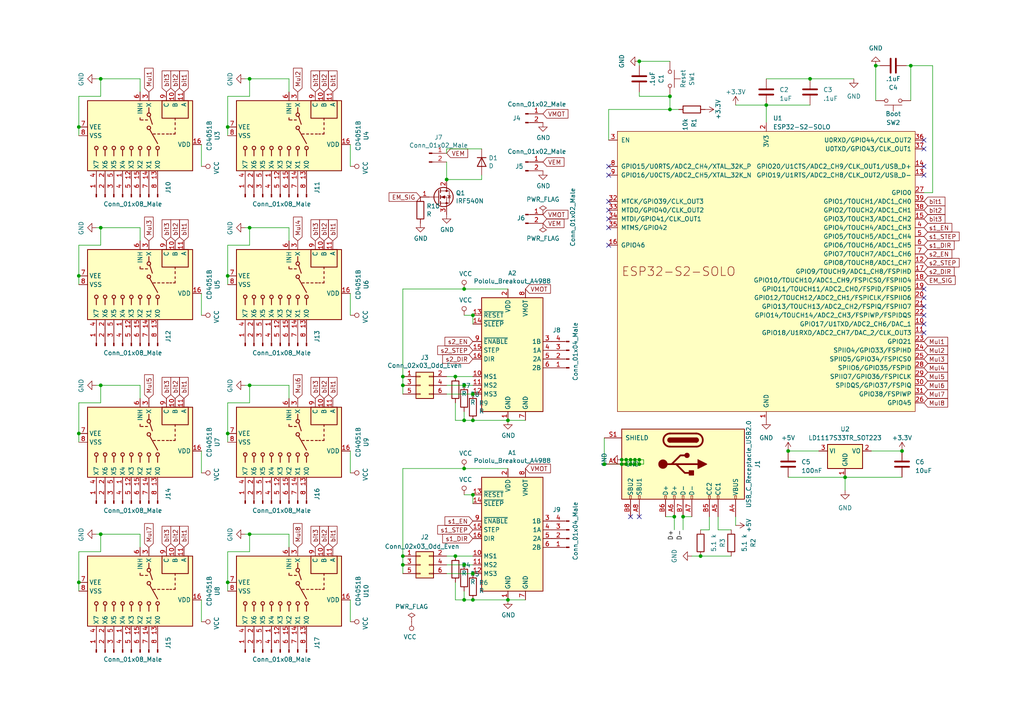
<source format=kicad_sch>
(kicad_sch (version 20231120) (generator "eeschema") (generator_version "8.0")
  (paper "A4")
  (junction (at 228.6 130.81))
  (junction (at 180.34 133.35))
  (junction (at 134.62 135.89))
  (junction (at 203.2 161.29))
  (junction (at 185.42 133.35))
  (junction (at 181.61 134.62))
  (junction (at 264.16 19.05))
  (junction (at 137.16 91.44))
  (junction (at 180.34 134.62))
  (junction (at 194.31 31.75))
  (junction (at 134.62 111.76))
  (junction (at 129.54 52.07))
  (junction (at 66.04 80.01))
  (junction (at 29.21 154.94))
  (junction (at 198.12 149.86))
  (junction (at 116.84 109.22))
  (junction (at 184.15 133.35))
  (junction (at 72.39 154.94))
  (junction (at 137.16 166.37))
  (junction (at 175.26 134.62))
  (junction (at 66.04 168.91))
  (junction (at 29.21 66.04))
  (junction (at 116.84 163.83))
  (junction (at 137.16 143.51))
  (junction (at 182.88 134.62))
  (junction (at 22.86 125.73))
  (junction (at 194.31 27.94))
  (junction (at 245.11 138.43))
  (junction (at 254 19.05))
  (junction (at 185.42 134.62))
  (junction (at 72.39 22.86))
  (junction (at 147.32 121.92))
  (junction (at 195.58 149.86))
  (junction (at 29.21 111.76))
  (junction (at 66.04 36.83))
  (junction (at 134.62 121.92))
  (junction (at 132.08 109.22))
  (junction (at 222.25 30.48))
  (junction (at 261.62 130.81))
  (junction (at 184.15 134.62))
  (junction (at 29.21 22.86))
  (junction (at 22.86 168.91))
  (junction (at 181.61 133.35))
  (junction (at 72.39 111.76))
  (junction (at 137.16 173.99))
  (junction (at 137.16 114.3))
  (junction (at 134.62 173.99))
  (junction (at 234.95 22.86))
  (junction (at 147.32 173.99))
  (junction (at 22.86 80.01))
  (junction (at 134.62 83.82))
  (junction (at 185.42 17.78))
  (junction (at 72.39 66.04))
  (junction (at 22.86 36.83))
  (junction (at 137.16 121.92))
  (junction (at 116.84 161.29))
  (junction (at 66.04 125.73))
  (junction (at 116.84 111.76))
  (junction (at 182.88 133.35))
  (junction (at 134.62 163.83))
  (junction (at 132.08 161.29))
  (no_connect (at 267.97 91.44))
  (no_connect (at 176.53 66.04))
  (no_connect (at 267.97 93.98))
  (no_connect (at 267.97 88.9))
  (no_connect (at 176.53 60.96))
  (no_connect (at 182.88 149.86))
  (no_connect (at 176.53 48.26))
  (no_connect (at 176.53 50.8))
  (no_connect (at 267.97 96.52))
  (no_connect (at 176.53 58.42))
  (no_connect (at 267.97 83.82))
  (no_connect (at 176.53 71.12))
  (no_connect (at 267.97 43.18))
  (no_connect (at 267.97 48.26))
  (no_connect (at 267.97 50.8))
  (no_connect (at 267.97 40.64))
  (no_connect (at 176.53 63.5))
  (no_connect (at 185.42 149.86))
  (no_connect (at 267.97 86.36))
  (wire (pts (xy 40.64 154.94) (xy 40.64 158.75)))
  (wire (pts (xy 22.86 39.37) (xy 22.86 36.83)))
  (wire (pts (xy 132.08 173.99) (xy 134.62 173.99)))
  (wire (pts (xy 72.39 66.04) (xy 83.82 66.04)))
  (wire (pts (xy 134.62 173.99) (xy 137.16 173.99)))
  (wire (pts (xy 29.21 154.94) (xy 40.64 154.94)))
  (wire (pts (xy 180.34 134.62) (xy 180.34 133.35)))
  (wire (pts (xy 186.69 133.35) (xy 185.42 133.35)))
  (wire (pts (xy 40.64 111.76) (xy 40.64 115.57)))
  (wire (pts (xy 129.54 43.18) (xy 129.54 44.45)))
  (wire (pts (xy 66.04 116.84) (xy 66.04 125.73)))
  (wire (pts (xy 129.54 52.07) (xy 139.7 52.07)))
  (wire (pts (xy 40.64 22.86) (xy 40.64 26.67)))
  (wire (pts (xy 175.26 134.62) (xy 180.34 134.62)))
  (wire (pts (xy 66.04 160.02) (xy 66.04 168.91)))
  (wire (pts (xy 72.39 22.86) (xy 83.82 22.86)))
  (wire (pts (xy 195.58 149.86) (xy 195.58 153.67)))
  (wire (pts (xy 66.04 39.37) (xy 66.04 36.83)))
  (wire (pts (xy 203.2 161.29) (xy 200.66 161.29)))
  (wire (pts (xy 234.95 22.86) (xy 247.65 22.86)))
  (wire (pts (xy 72.39 71.12) (xy 66.04 71.12)))
  (wire (pts (xy 40.64 66.04) (xy 40.64 69.85)))
  (wire (pts (xy 22.86 128.27) (xy 22.86 125.73)))
  (wire (pts (xy 228.6 130.81) (xy 237.49 130.81)))
  (wire (pts (xy 29.21 160.02) (xy 22.86 160.02)))
  (wire (pts (xy 66.04 71.12) (xy 66.04 80.01)))
  (wire (pts (xy 212.09 161.29) (xy 203.2 161.29)))
  (wire (pts (xy 58.42 48.26) (xy 58.42 41.91)))
  (wire (pts (xy 58.42 180.34) (xy 58.42 173.99)))
  (wire (pts (xy 245.11 138.43) (xy 261.62 138.43)))
  (wire (pts (xy 137.16 173.99) (xy 147.32 173.99)))
  (wire (pts (xy 27.94 22.86) (xy 29.21 22.86)))
  (wire (pts (xy 83.82 66.04) (xy 83.82 69.85)))
  (wire (pts (xy 58.42 91.44) (xy 58.42 85.09)))
  (wire (pts (xy 129.54 163.83) (xy 134.62 163.83)))
  (wire (pts (xy 181.61 134.62) (xy 182.88 134.62)))
  (wire (pts (xy 196.85 31.75) (xy 194.31 31.75)))
  (wire (pts (xy 72.39 154.94) (xy 83.82 154.94)))
  (wire (pts (xy 184.15 134.62) (xy 185.42 134.62)))
  (wire (pts (xy 195.58 149.86) (xy 193.04 149.86)))
  (wire (pts (xy 71.12 154.94) (xy 72.39 154.94)))
  (wire (pts (xy 22.86 171.45) (xy 22.86 168.91)))
  (wire (pts (xy 198.12 149.86) (xy 198.12 153.67)))
  (wire (pts (xy 71.12 22.86) (xy 72.39 22.86)))
  (wire (pts (xy 185.42 134.62) (xy 185.42 133.35)))
  (wire (pts (xy 72.39 66.04) (xy 72.39 71.12)))
  (wire (pts (xy 186.69 134.62) (xy 186.69 133.35)))
  (wire (pts (xy 129.54 46.99) (xy 129.54 52.07)))
  (wire (pts (xy 66.04 128.27) (xy 66.04 125.73)))
  (wire (pts (xy 22.86 116.84) (xy 22.86 125.73)))
  (wire (pts (xy 134.62 111.76) (xy 137.16 111.76)))
  (wire (pts (xy 101.6 180.34) (xy 101.6 173.99)))
  (wire (pts (xy 137.16 121.92) (xy 147.32 121.92)))
  (wire (pts (xy 134.62 163.83) (xy 137.16 163.83)))
  (wire (pts (xy 137.16 91.44) (xy 137.16 93.98)))
  (wire (pts (xy 83.82 111.76) (xy 83.82 115.57)))
  (wire (pts (xy 181.61 134.62) (xy 181.61 133.35)))
  (wire (pts (xy 22.86 27.94) (xy 22.86 36.83)))
  (wire (pts (xy 132.08 109.22) (xy 137.16 109.22)))
  (wire (pts (xy 22.86 160.02) (xy 22.86 168.91)))
  (wire (pts (xy 139.7 43.18) (xy 129.54 43.18)))
  (wire (pts (xy 71.12 111.76) (xy 72.39 111.76)))
  (wire (pts (xy 132.08 168.91) (xy 132.08 173.99)))
  (wire (pts (xy 29.21 22.86) (xy 29.21 27.94)))
  (wire (pts (xy 137.16 143.51) (xy 137.16 146.05)))
  (wire (pts (xy 29.21 71.12) (xy 22.86 71.12)))
  (wire (pts (xy 101.6 48.26) (xy 101.6 41.91)))
  (wire (pts (xy 175.26 127) (xy 175.26 134.62)))
  (wire (pts (xy 66.04 171.45) (xy 66.04 168.91)))
  (wire (pts (xy 72.39 154.94) (xy 72.39 160.02)))
  (wire (pts (xy 116.84 83.82) (xy 116.84 109.22)))
  (wire (pts (xy 182.88 133.35) (xy 181.61 133.35)))
  (wire (pts (xy 129.54 114.3) (xy 137.16 114.3)))
  (wire (pts (xy 254 29.21) (xy 254 19.05)))
  (wire (pts (xy 116.84 83.82) (xy 134.62 83.82)))
  (wire (pts (xy 22.86 71.12) (xy 22.86 80.01)))
  (wire (pts (xy 71.12 66.04) (xy 72.39 66.04)))
  (wire (pts (xy 213.36 30.48) (xy 222.25 30.48)))
  (wire (pts (xy 176.53 31.75) (xy 194.31 31.75)))
  (wire (pts (xy 116.84 111.76) (xy 116.84 114.3)))
  (wire (pts (xy 252.73 130.81) (xy 261.62 130.81)))
  (wire (pts (xy 194.31 27.94) (xy 185.42 27.94)))
  (wire (pts (xy 264.16 29.21) (xy 264.16 19.05)))
  (wire (pts (xy 134.62 143.51) (xy 137.16 143.51)))
  (wire (pts (xy 139.7 52.07) (xy 139.7 50.8)))
  (wire (pts (xy 134.62 83.82) (xy 147.32 83.82)))
  (wire (pts (xy 208.28 153.67) (xy 212.09 153.67)))
  (wire (pts (xy 245.11 138.43) (xy 245.11 142.24)))
  (wire (pts (xy 185.42 17.78) (xy 194.31 17.78)))
  (wire (pts (xy 254 19.05) (xy 255.27 19.05)))
  (wire (pts (xy 116.84 135.89) (xy 116.84 161.29)))
  (wire (pts (xy 129.54 111.76) (xy 134.62 111.76)))
  (wire (pts (xy 147.32 121.92) (xy 152.4 121.92)))
  (wire (pts (xy 184.15 133.35) (xy 182.88 133.35)))
  (wire (pts (xy 29.21 66.04) (xy 40.64 66.04)))
  (wire (pts (xy 29.21 27.94) (xy 22.86 27.94)))
  (wire (pts (xy 72.39 160.02) (xy 66.04 160.02)))
  (wire (pts (xy 27.94 111.76) (xy 29.21 111.76)))
  (wire (pts (xy 228.6 138.43) (xy 245.11 138.43)))
  (wire (pts (xy 180.34 134.62) (xy 181.61 134.62)))
  (wire (pts (xy 270.51 19.05) (xy 264.16 19.05)))
  (wire (pts (xy 83.82 22.86) (xy 83.82 26.67)))
  (wire (pts (xy 185.42 26.67) (xy 185.42 27.94)))
  (wire (pts (xy 185.42 19.05) (xy 185.42 17.78)))
  (wire (pts (xy 213.36 149.86) (xy 213.36 152.4)))
  (wire (pts (xy 270.51 55.88) (xy 270.51 19.05)))
  (wire (pts (xy 205.74 149.86) (xy 205.74 153.67)))
  (wire (pts (xy 72.39 116.84) (xy 66.04 116.84)))
  (wire (pts (xy 182.88 134.62) (xy 182.88 133.35)))
  (wire (pts (xy 129.54 166.37) (xy 137.16 166.37)))
  (wire (pts (xy 182.88 134.62) (xy 184.15 134.62)))
  (wire (pts (xy 116.84 163.83) (xy 116.84 166.37)))
  (wire (pts (xy 116.84 135.89) (xy 134.62 135.89)))
  (wire (pts (xy 101.6 91.44) (xy 101.6 85.09)))
  (wire (pts (xy 267.97 55.88) (xy 270.51 55.88)))
  (wire (pts (xy 27.94 154.94) (xy 29.21 154.94)))
  (wire (pts (xy 134.62 171.45) (xy 134.62 173.99)))
  (wire (pts (xy 185.42 133.35) (xy 184.15 133.35)))
  (wire (pts (xy 72.39 27.94) (xy 66.04 27.94)))
  (wire (pts (xy 147.32 173.99) (xy 152.4 173.99)))
  (wire (pts (xy 176.53 40.64) (xy 176.53 31.75)))
  (wire (pts (xy 83.82 154.94) (xy 83.82 158.75)))
  (wire (pts (xy 205.74 153.67) (xy 203.2 153.67)))
  (wire (pts (xy 29.21 66.04) (xy 29.21 71.12)))
  (wire (pts (xy 194.31 27.94) (xy 194.31 31.75)))
  (wire (pts (xy 101.6 137.16) (xy 101.6 130.81)))
  (wire (pts (xy 58.42 137.16) (xy 58.42 130.81)))
  (wire (pts (xy 22.86 82.55) (xy 22.86 80.01)))
  (wire (pts (xy 134.62 91.44) (xy 137.16 91.44)))
  (wire (pts (xy 29.21 111.76) (xy 40.64 111.76)))
  (wire (pts (xy 27.94 66.04) (xy 29.21 66.04)))
  (wire (pts (xy 116.84 163.83) (xy 116.84 161.29)))
  (wire (pts (xy 132.08 116.84) (xy 132.08 121.92)))
  (wire (pts (xy 134.62 135.89) (xy 147.32 135.89)))
  (wire (pts (xy 222.25 30.48) (xy 234.95 30.48)))
  (wire (pts (xy 66.04 82.55) (xy 66.04 80.01)))
  (wire (pts (xy 200.66 149.86) (xy 198.12 149.86)))
  (wire (pts (xy 72.39 111.76) (xy 72.39 116.84)))
  (wire (pts (xy 129.54 161.29) (xy 132.08 161.29)))
  (wire (pts (xy 66.04 27.94) (xy 66.04 36.83)))
  (wire (pts (xy 29.21 116.84) (xy 22.86 116.84)))
  (wire (pts (xy 72.39 22.86) (xy 72.39 27.94)))
  (wire (pts (xy 29.21 22.86) (xy 40.64 22.86)))
  (wire (pts (xy 185.42 134.62) (xy 186.69 134.62)))
  (wire (pts (xy 29.21 154.94) (xy 29.21 160.02)))
  (wire (pts (xy 222.25 22.86) (xy 234.95 22.86)))
  (wire (pts (xy 262.89 19.05) (xy 264.16 19.05)))
  (wire (pts (xy 132.08 161.29) (xy 137.16 161.29)))
  (wire (pts (xy 132.08 121.92) (xy 134.62 121.92)))
  (wire (pts (xy 116.84 111.76) (xy 116.84 109.22)))
  (wire (pts (xy 208.28 149.86) (xy 208.28 153.67)))
  (wire (pts (xy 129.54 109.22) (xy 132.08 109.22)))
  (wire (pts (xy 134.62 119.38) (xy 134.62 121.92)))
  (wire (pts (xy 29.21 111.76) (xy 29.21 116.84)))
  (wire (pts (xy 134.62 121.92) (xy 137.16 121.92)))
  (wire (pts (xy 72.39 111.76) (xy 83.82 111.76)))
  (wire (pts (xy 184.15 134.62) (xy 184.15 133.35)))
  (wire (pts (xy 181.61 133.35) (xy 180.34 133.35)))
  (wire (pts (xy 222.25 30.48) (xy 222.25 35.56)))
  (label "D-" (at 198.12 153.67 270))
  (label "D+" (at 195.58 153.67 270))
  (global_label "Mul1" (shape input) (at 43.18 26.67 90) (property "Intersheetrefs" "${INTERSHEET_REFS}" (effects (hide yes))))
  (global_label "s2_DIR" (shape input) (at 267.97 78.74 0) (property "Intersheetrefs" "${INTERSHEET_REFS}" (effects (hide yes))))
  (global_label "bit3" (shape input) (at 48.26 158.75 90) (property "Intersheetrefs" "${INTERSHEET_REFS}" (effects (hide yes))))
  (global_label "EM_SIG" (shape input) (at 267.97 81.28 0) (property "Intersheetrefs" "${INTERSHEET_REFS}" (effects (hide yes))))
  (global_label "s1_STEP" (shape input) (at 137.16 153.67 180) (property "Intersheetrefs" "${INTERSHEET_REFS}" (effects (hide yes))))
  (global_label "Mul2" (shape input) (at 267.97 101.6 0) (property "Intersheetrefs" "${INTERSHEET_REFS}" (effects (hide yes))))
  (global_label "bit2" (shape input) (at 50.8 26.67 90) (property "Intersheetrefs" "${INTERSHEET_REFS}" (effects (hide yes))))
  (global_label "Mul2" (shape input) (at 86.36 26.67 90) (property "Intersheetrefs" "${INTERSHEET_REFS}" (effects (hide yes))))
  (global_label "bit3" (shape input) (at 91.44 115.57 90) (property "Intersheetrefs" "${INTERSHEET_REFS}" (effects (hide yes))))
  (global_label "Mul6" (shape input) (at 267.97 111.76 0) (property "Intersheetrefs" "${INTERSHEET_REFS}" (effects (hide yes))))
  (global_label "bit1" (shape input) (at 96.52 115.57 90) (property "Intersheetrefs" "${INTERSHEET_REFS}" (effects (hide yes))))
  (global_label "Mul7" (shape input) (at 267.97 114.3 0) (property "Intersheetrefs" "${INTERSHEET_REFS}" (effects (hide yes))))
  (global_label "Mul3" (shape input) (at 43.18 69.85 90) (property "Intersheetrefs" "${INTERSHEET_REFS}" (effects (hide yes))))
  (global_label "bit1" (shape input) (at 53.34 115.57 90) (property "Intersheetrefs" "${INTERSHEET_REFS}" (effects (hide yes))))
  (global_label "EM_SIG" (shape input) (at 121.92 57.15 180) (property "Intersheetrefs" "${INTERSHEET_REFS}" (effects (hide yes))))
  (global_label "Mul4" (shape input) (at 86.36 69.85 90) (property "Intersheetrefs" "${INTERSHEET_REFS}" (effects (hide yes))))
  (global_label "VMOT" (shape input) (at 152.4 135.89 0) (property "Intersheetrefs" "${INTERSHEET_REFS}" (effects (hide yes))))
  (global_label "VMOT" (shape input) (at 152.4 83.82 0) (property "Intersheetrefs" "${INTERSHEET_REFS}" (effects (hide yes))))
  (global_label "bit3" (shape input) (at 267.97 63.5 0) (property "Intersheetrefs" "${INTERSHEET_REFS}" (effects (hide yes))))
  (global_label "VMOT" (shape input) (at 157.48 62.23 0) (property "Intersheetrefs" "${INTERSHEET_REFS}" (effects (hide yes))))
  (global_label "bit3" (shape input) (at 91.44 26.67 90) (property "Intersheetrefs" "${INTERSHEET_REFS}" (effects (hide yes))))
  (global_label "bit2" (shape input) (at 50.8 69.85 90) (property "Intersheetrefs" "${INTERSHEET_REFS}" (effects (hide yes))))
  (global_label "bit1" (shape input) (at 53.34 26.67 90) (property "Intersheetrefs" "${INTERSHEET_REFS}" (effects (hide yes))))
  (global_label "bit1" (shape input) (at 96.52 69.85 90) (property "Intersheetrefs" "${INTERSHEET_REFS}" (effects (hide yes))))
  (global_label "Mul8" (shape input) (at 267.97 116.84 0) (property "Intersheetrefs" "${INTERSHEET_REFS}" (effects (hide yes))))
  (global_label "Mul7" (shape input) (at 43.18 158.75 90) (property "Intersheetrefs" "${INTERSHEET_REFS}" (effects (hide yes))))
  (global_label "Mul5" (shape input) (at 267.97 109.22 0) (property "Intersheetrefs" "${INTERSHEET_REFS}" (effects (hide yes))))
  (global_label "bit2" (shape input) (at 93.98 69.85 90) (property "Intersheetrefs" "${INTERSHEET_REFS}" (effects (hide yes))))
  (global_label "s1_DIR" (shape input) (at 267.97 71.12 0) (property "Intersheetrefs" "${INTERSHEET_REFS}" (effects (hide yes))))
  (global_label "Mul1" (shape input) (at 267.97 99.06 0) (property "Intersheetrefs" "${INTERSHEET_REFS}" (effects (hide yes))))
  (global_label "bit1" (shape input) (at 96.52 26.67 90) (property "Intersheetrefs" "${INTERSHEET_REFS}" (effects (hide yes))))
  (global_label "bit1" (shape input) (at 267.97 58.42 0) (property "Intersheetrefs" "${INTERSHEET_REFS}" (effects (hide yes))))
  (global_label "bit2" (shape input) (at 93.98 158.75 90) (property "Intersheetrefs" "${INTERSHEET_REFS}" (effects (hide yes))))
  (global_label "Mul6" (shape input) (at 86.36 115.57 90) (property "Intersheetrefs" "${INTERSHEET_REFS}" (effects (hide yes))))
  (global_label "Mul3" (shape input) (at 267.97 104.14 0) (property "Intersheetrefs" "${INTERSHEET_REFS}" (effects (hide yes))))
  (global_label "VEM" (shape input) (at 157.48 64.77 0) (property "Intersheetrefs" "${INTERSHEET_REFS}" (effects (hide yes))))
  (global_label "bit2" (shape input) (at 93.98 26.67 90) (property "Intersheetrefs" "${INTERSHEET_REFS}" (effects (hide yes))))
  (global_label "s1_EN" (shape input) (at 137.16 151.13 180) (property "Intersheetrefs" "${INTERSHEET_REFS}" (effects (hide yes))))
  (global_label "s2_STEP" (shape input) (at 137.16 101.6 180) (property "Intersheetrefs" "${INTERSHEET_REFS}" (effects (hide yes))))
  (global_label "Mul4" (shape input) (at 267.97 106.68 0) (property "Intersheetrefs" "${INTERSHEET_REFS}" (effects (hide yes))))
  (global_label "Mul5" (shape input) (at 43.18 115.57 90) (property "Intersheetrefs" "${INTERSHEET_REFS}" (effects (hide yes))))
  (global_label "s2_DIR" (shape input) (at 137.16 104.14 180) (property "Intersheetrefs" "${INTERSHEET_REFS}" (effects (hide yes))))
  (global_label "Mul8" (shape input) (at 86.36 158.75 90) (property "Intersheetrefs" "${INTERSHEET_REFS}" (effects (hide yes))))
  (global_label "bit3" (shape input) (at 91.44 69.85 90) (property "Intersheetrefs" "${INTERSHEET_REFS}" (effects (hide yes))))
  (global_label "bit3" (shape input) (at 48.26 69.85 90) (property "Intersheetrefs" "${INTERSHEET_REFS}" (effects (hide yes))))
  (global_label "bit1" (shape input) (at 53.34 158.75 90) (property "Intersheetrefs" "${INTERSHEET_REFS}" (effects (hide yes))))
  (global_label "s1_STEP" (shape input) (at 267.97 68.58 0) (property "Intersheetrefs" "${INTERSHEET_REFS}" (effects (hide yes))))
  (global_label "bit2" (shape input) (at 267.97 60.96 0) (property "Intersheetrefs" "${INTERSHEET_REFS}" (effects (hide yes))))
  (global_label "VMOT" (shape input) (at 157.48 33.02 0) (property "Intersheetrefs" "${INTERSHEET_REFS}" (effects (hide yes))))
  (global_label "VEM" (shape input) (at 129.54 44.45 0) (property "Intersheetrefs" "${INTERSHEET_REFS}" (effects (hide yes))))
  (global_label "s2_STEP" (shape input) (at 267.97 76.2 0) (property "Intersheetrefs" "${INTERSHEET_REFS}" (effects (hide yes))))
  (global_label "bit2" (shape input) (at 50.8 115.57 90) (property "Intersheetrefs" "${INTERSHEET_REFS}" (effects (hide yes))))
  (global_label "bit1" (shape input) (at 96.52 158.75 90) (property "Intersheetrefs" "${INTERSHEET_REFS}" (effects (hide yes))))
  (global_label "s1_DIR" (shape input) (at 137.16 156.21 180) (property "Intersheetrefs" "${INTERSHEET_REFS}" (effects (hide yes))))
  (global_label "bit3" (shape input) (at 91.44 158.75 90) (property "Intersheetrefs" "${INTERSHEET_REFS}" (effects (hide yes))))
  (global_label "bit2" (shape input) (at 50.8 158.75 90) (property "Intersheetrefs" "${INTERSHEET_REFS}" (effects (hide yes))))
  (global_label "s2_EN" (shape input) (at 267.97 73.66 0) (property "Intersheetrefs" "${INTERSHEET_REFS}" (effects (hide yes))))
  (global_label "bit1" (shape input) (at 53.34 69.85 90) (property "Intersheetrefs" "${INTERSHEET_REFS}" (effects (hide yes))))
  (global_label "bit2" (shape input) (at 93.98 115.57 90) (property "Intersheetrefs" "${INTERSHEET_REFS}" (effects (hide yes))))
  (global_label "VEM" (shape input) (at 157.48 46.99 0) (property "Intersheetrefs" "${INTERSHEET_REFS}" (effects (hide yes))))
  (global_label "bit3" (shape input) (at 48.26 26.67 90) (property "Intersheetrefs" "${INTERSHEET_REFS}" (effects (hide yes))))
  (global_label "s1_EN" (shape input) (at 267.97 66.04 0) (property "Intersheetrefs" "${INTERSHEET_REFS}" (effects (hide yes))))
  (global_label "s2_EN" (shape input) (at 137.16 99.06 180) (property "Intersheetrefs" "${INTERSHEET_REFS}" (effects (hide yes))))
  (global_label "bit3" (shape input) (at 48.26 115.57 90) (property "Intersheetrefs" "${INTERSHEET_REFS}" (effects (hide yes))))
  (symbol (lib_id "autopatzer-rescue:PWR_FLAG-power") (at 157.48 64.77 180) (unit 1)
    (property "Reference" "#FLG02" (effects (hide yes)))
    (property "Value" "PWR_FLAG" (at 157.48 69.1642 0))
  )
  (symbol (lib_id "power:GND") (at 247.65 22.86 0) (unit 1)
    (property "Reference" "#PWR05" (effects (hide yes)))
    (property "Value" "GND" (at 247.65 27.94 0))
  )
  (symbol (lib_id "autopatzer-rescue:GND-power") (at 71.12 66.04 270) (unit 1)
    (property "Reference" "#PWR029" (effects (hide yes)))
    (property "Value" "GND" (at 66.7258 66.167 0))
  )
  (symbol (lib_id "autopatzer-rescue:Conn_01x04_Male-Connector") (at 165.1 104.14 180) (unit 1)
    (property "Reference" "J8" (at 160.274 95.758 0) (effects (justify right)))
    (property "Value" "Conn_01x04_Male" (at 166.878 110.49 90) (effects (justify right)))
    (property "Footprint" "Connector_PinHeader_2.54mm:PinHeader_1x04_P2.54mm_Vertical" (effects (hide yes)))
  )
  (symbol (lib_id "autopatzer-rescue:GND-power") (at 71.12 154.94 270) (unit 1)
    (property "Reference" "#PWR036" (effects (hide yes)))
    (property "Value" "GND" (at 66.7258 155.067 0))
  )
  (symbol (lib_id "Device:R") (at 134.62 167.64 0) (unit 1)
    (property "Reference" "R5" (at 136.398 166.4716 0) (effects (justify left)))
    (property "Value" "R" (at 136.398 168.783 0) (effects (justify left)))
    (property "Footprint" "Resistor_THT:R_Axial_DIN0411_L9.9mm_D3.6mm_P12.70mm_Horizontal" (effects (hide yes)))
  )
  (symbol (lib_id "power:+3.3V") (at 204.47 31.75 270) (unit 1)
    (property "Reference" "#PWR02" (effects (hide yes)))
    (property "Value" "+3.3V" (at 208.28 31.75 0))
  )
  (symbol (lib_id "autopatzer-rescue:Conn_01x02_Male-Connector") (at 152.4 46.99 0) (unit 1)
    (property "Reference" "J5" (at 150.622 48.26 0))
    (property "Value" "Conn_01x02_Male" (at 155.702 43.942 0))
    (property "Footprint" "Connector_PinHeader_2.54mm:PinHeader_1x02_P2.54mm_Vertical" (effects (hide yes)))
  )
  (symbol (lib_id "power:GND") (at 245.11 142.24 0) (unit 1)
    (property "Reference" "#PWR011" (effects (hide yes)))
    (property "Value" "GND" (at 245.11 147.32 0))
  )
  (symbol (lib_id "autopatzer-rescue:VCC-power") (at 58.42 137.16 270) (unit 1)
    (property "Reference" "#PWR033" (effects (hide yes)))
    (property "Value" "VCC" (at 62.8142 137.5918 0))
  )
  (symbol (lib_id "power:GND") (at 180.34 133.35 270) (unit 1)
    (property "Reference" "#PWR07" (effects (hide yes)))
    (property "Value" "GND" (at 175.26 133.35 0))
  )
  (symbol (lib_id "Transistor_FET:IRF540N") (at 127 57.15 0) (unit 1)
    (property "Reference" "Q1" (at 132.1816 55.9816 0) (effects (justify left)))
    (property "Value" "IRF540N" (at 132.1816 58.293 0) (effects (justify left)))
    (property "Footprint" "Package_TO_SOT_THT:TO-220-3_Vertical" (effects (hide yes)))
    (property "Datasheet" "http://www.irf.com/product-info/datasheets/data/irf540n.pdf" (effects (hide yes)))
  )
  (symbol (lib_id "autopatzer-rescue:Conn_01x08_Male-Connector") (at 78.74 100.33 90) (unit 1)
    (property "Reference" "J13" (at 91.948 95.758 0) (effects (justify right)))
    (property "Value" "Conn_01x08_Male" (at 73.152 102.362 90) (effects (justify right)))
    (property "Footprint" "Connector_PinHeader_2.54mm:PinHeader_1x08_P2.54mm_Vertical" (effects (hide yes)))
  )
  (symbol (lib_id "Analog_Switch:CD4051B") (at 40.64 82.55 270) (unit 1)
    (property "Reference" "U5" (at 63.0174 82.55 0))
    (property "Value" "CD4051B" (at 60.706 82.55 0))
    (property "Footprint" "Package_DIP:DIP-16_W7.62mm" (effects (hide yes)))
    (property "Datasheet" "http://www.ti.com/lit/ds/symlink/cd4052b.pdf" (effects (hide yes)))
  )
  (symbol (lib_id "Analog_Switch:CD4051B") (at 40.64 171.45 270) (unit 1)
    (property "Reference" "U8" (at 63.0174 171.45 0))
    (property "Value" "CD4051B" (at 60.706 171.45 0))
    (property "Footprint" "Package_DIP:DIP-16_W7.62mm" (effects (hide yes)))
    (property "Datasheet" "http://www.ti.com/lit/ds/symlink/cd4052b.pdf" (effects (hide yes)))
  )
  (symbol (lib_id "autopatzer-rescue:GND-power") (at 27.94 111.76 270) (unit 1)
    (property "Reference" "#PWR031" (effects (hide yes)))
    (property "Value" "GND" (at 23.5458 111.887 0))
  )
  (symbol (lib_id "Connector_Generic:Conn_02x03_Odd_Even") (at 121.92 111.76 0) (unit 1)
    (property "Reference" "J3" (at 123.19 103.7082 0))
    (property "Value" "Conn_02x03_Odd_Even" (at 123.19 106.0196 0))
    (property "Footprint" "Connector_PinHeader_2.54mm:PinHeader_2x03_P2.54mm_Vertical" (effects (hide yes)))
  )
  (symbol (lib_id "autopatzer-rescue:VCC-power") (at 134.62 83.82 0) (unit 1)
    (property "Reference" "#PWR016" (effects (hide yes)))
    (property "Value" "VCC" (at 135.0518 79.4258 0))
  )
  (symbol (lib_id "Device:R") (at 121.92 60.96 0) (unit 1)
    (property "Reference" "R10" (at 123.698 59.7916 0) (effects (justify left)))
    (property "Value" "R" (at 123.698 62.103 0) (effects (justify left)))
    (property "Footprint" "Resistor_THT:R_Axial_DIN0411_L9.9mm_D3.6mm_P12.70mm_Horizontal" (effects (hide yes)))
  )
  (symbol (lib_id "autopatzer-rescue:GND-power") (at 121.92 64.77 0) (unit 1)
    (property "Reference" "#PWR021" (effects (hide yes)))
    (property "Value" "GND" (at 122.047 69.1642 0))
  )
  (symbol (lib_id "autopatzer-rescue:GND-power") (at 27.94 66.04 270) (unit 1)
    (property "Reference" "#PWR027" (effects (hide yes)))
    (property "Value" "GND" (at 23.5458 66.167 0))
  )
  (symbol (lib_id "autopatzer-rescue:GND-power") (at 147.32 173.99 0) (unit 1)
    (property "Reference" "#PWR015" (effects (hide yes)))
    (property "Value" "GND" (at 147.447 178.3842 0))
  )
  (symbol (lib_id "power:GND") (at 200.66 161.29 270) (unit 1)
    (property "Reference" "#PWR09" (effects (hide yes)))
    (property "Value" "GND" (at 195.58 161.29 0))
  )
  (symbol (lib_id "Regulator_Linear:LD1117S33TR_SOT223") (at 245.11 130.81 0) (unit 1)
    (property "Reference" "U2" (at 245.11 124.46 0))
    (property "Value" "LD1117S33TR_SOT223" (at 245.11 127 0))
    (property "Footprint" "Package_TO_SOT_SMD:SOT-223-3_TabPin2" (effects (hide yes)))
    (property "Datasheet" "http://www.st.com/st-web-ui/static/active/en/resource/technical/document/datasheet/CD00000544.pdf" (effects (hide yes)))
  )
  (symbol (lib_id "autopatzer-rescue:Conn_01x08_Male-Connector") (at 35.56 146.05 90) (unit 1)
    (property "Reference" "J14" (at 48.768 141.478 0) (effects (justify right)))
    (property "Value" "Conn_01x08_Male" (at 29.972 148.082 90) (effects (justify right)))
    (property "Footprint" "Connector_PinHeader_2.54mm:PinHeader_1x08_P2.54mm_Vertical" (effects (hide yes)))
  )
  (symbol (lib_id "autopatzer-rescue:GND-power") (at 129.54 62.23 0) (unit 1)
    (property "Reference" "#PWR022" (effects (hide yes)))
    (property "Value" "GND" (at 129.667 66.6242 0))
  )
  (symbol (lib_id "Device:C") (at 228.6 134.62 0) (unit 1)
    (property "Reference" "C5" (at 232.41 133.985 0) (effects (justify left)))
    (property "Value" "100nF" (at 232.41 136.525 0) (effects (justify left)))
  )
  (symbol (lib_id "power:+3.3V") (at 261.62 130.81 0) (unit 1)
    (property "Reference" "#PWR012" (effects (hide yes)))
    (property "Value" "+3.3V" (at 261.62 127 0))
  )
  (symbol (lib_id "autopatzer-rescue:Conn_01x04_Male-Connector") (at 165.1 156.21 180) (unit 1)
    (property "Reference" "J9" (at 160.274 147.828 0) (effects (justify right)))
    (property "Value" "Conn_01x04_Male" (at 166.878 162.56 90) (effects (justify right)))
    (property "Footprint" "Connector_PinHeader_2.54mm:PinHeader_1x04_P2.54mm_Vertical" (effects (hide yes)))
  )
  (symbol (lib_id "Device:C") (at 234.95 26.67 0) (unit 1)
    (property "Reference" "C3" (at 238.76 26.035 0) (effects (justify left)))
    (property "Value" ".1uF" (at 238.76 28.575 0) (effects (justify left)))
  )
  (symbol (lib_id "autopatzer-rescue:Conn_01x08_Male-Connector") (at 35.56 57.15 90) (unit 1)
    (property "Reference" "J10" (at 48.768 52.578 0) (effects (justify right)))
    (property "Value" "Conn_01x08_Male" (at 29.972 59.182 90) (effects (justify right)))
    (property "Footprint" "Connector_PinHeader_2.54mm:PinHeader_1x08_P2.54mm_Vertical" (effects (hide yes)))
  )
  (symbol (lib_id "Device:C") (at 261.62 134.62 0) (unit 1)
    (property "Reference" "C6" (at 265.43 133.985 0) (effects (justify left)))
    (property "Value" "10uF" (at 265.43 136.525 0) (effects (justify left)))
  )
  (symbol (lib_id "autopatzer-rescue:Conn_01x08_Male-Connector") (at 78.74 146.05 90) (unit 1)
    (property "Reference" "J16" (at 91.948 141.478 0) (effects (justify right)))
    (property "Value" "Conn_01x08_Male" (at 73.152 148.082 90) (effects (justify right)))
    (property "Footprint" "Connector_PinHeader_2.54mm:PinHeader_1x08_P2.54mm_Vertical" (effects (hide yes)))
  )
  (symbol (lib_id "autopatzer-rescue:VCC-power") (at 58.42 48.26 270) (unit 1)
    (property "Reference" "#PWR024" (effects (hide yes)))
    (property "Value" "VCC" (at 62.8142 48.6918 0))
  )
  (symbol (lib_id "Device:C") (at 185.42 22.86 0) (unit 1)
    (property "Reference" "C1" (at 191.77 22.86 90))
    (property "Value" ".1uF" (at 189.23 22.86 90))
  )
  (symbol (lib_id "autopatzer-rescue:GND-power") (at 71.12 22.86 270) (unit 1)
    (property "Reference" "#PWR025" (effects (hide yes)))
    (property "Value" "GND" (at 66.7258 22.987 0))
  )
  (symbol (lib_id "Device:R") (at 137.16 118.11 0) (unit 1)
    (property "Reference" "R9" (at 138.938 116.9416 0) (effects (justify left)))
    (property "Value" "R" (at 138.938 119.253 0) (effects (justify left)))
    (property "Footprint" "Resistor_THT:R_Axial_DIN0411_L9.9mm_D3.6mm_P12.70mm_Horizontal" (effects (hide yes)))
  )
  (symbol (lib_id "autopatzer-rescue:VCC-power") (at 134.62 135.89 0) (unit 1)
    (property "Reference" "#PWR013" (effects (hide yes)))
    (property "Value" "VCC" (at 135.0518 131.4958 0))
  )
  (symbol (lib_id "Analog_Switch:CD4051B") (at 83.82 128.27 270) (unit 1)
    (property "Reference" "U9" (at 106.1974 128.27 0))
    (property "Value" "CD4051B" (at 103.886 128.27 0))
    (property "Footprint" "Package_DIP:DIP-16_W7.62mm" (effects (hide yes)))
    (property "Datasheet" "http://www.ti.com/lit/ds/symlink/cd4052b.pdf" (effects (hide yes)))
  )
  (symbol (lib_id "power:GND") (at 185.42 17.78 270) (unit 1)
    (property "Reference" "#PWR01" (effects (hide yes)))
    (property "Value" "GND" (at 180.34 17.78 0))
  )
  (symbol (lib_id "Device:C") (at 222.25 26.67 0) (unit 1)
    (property "Reference" "C2" (at 226.06 26.035 0) (effects (justify left)))
    (property "Value" "1uF" (at 226.06 28.575 0) (effects (justify left)))
  )
  (symbol (lib_id "autopatzer-rescue:GND-power") (at 157.48 49.53 0) (unit 1)
    (property "Reference" "#PWR020" (effects (hide yes)))
    (property "Value" "GND" (at 157.607 53.9242 0))
  )
  (symbol (lib_id "Device:R") (at 203.2 157.48 180) (unit 1)
    (property "Reference" "R3" (at 209.55 157.48 90))
    (property "Value" "5.1 k" (at 207.01 157.48 90))
  )
  (symbol (lib_id "Analog_Switch:CD4051B") (at 83.82 39.37 270) (unit 1)
    (property "Reference" "U4" (at 106.1974 39.37 0))
    (property "Value" "CD4051B" (at 103.886 39.37 0))
    (property "Footprint" "Package_DIP:DIP-16_W7.62mm" (effects (hide yes)))
    (property "Datasheet" "http://www.ti.com/lit/ds/symlink/cd4052b.pdf" (effects (hide yes)))
  )
  (symbol (lib_id "autopatzer-rescue:Conn_01x02_Male-Connector") (at 152.4 62.23 0) (unit 1)
    (property "Reference" "J6" (at 151.13 63.246 0))
    (property "Value" "Conn_01x02_Male" (at 166.116 62.992 90))
    (property "Footprint" "Connector_PinHeader_2.54mm:PinHeader_1x02_P2.54mm_Vertical" (effects (hide yes)))
  )
  (symbol (lib_id "autopatzer-rescue:Conn_01x08_Male-Connector") (at 78.74 189.23 90) (unit 1)
    (property "Reference" "J17" (at 91.948 184.658 0) (effects (justify right)))
    (property "Value" "Conn_01x08_Male" (at 73.152 191.262 90) (effects (justify right)))
    (property "Footprint" "Connector_PinHeader_2.54mm:PinHeader_1x08_P2.54mm_Vertical" (effects (hide yes)))
  )
  (symbol (lib_id "autopatzer-rescue:PWR_FLAG-power") (at 157.48 62.23 0) (unit 1)
    (property "Reference" "#FLG01" (effects (hide yes)))
    (property "Value" "PWR_FLAG" (at 157.48 57.8358 0))
  )
  (symbol (lib_id "Connector_Generic:Conn_02x03_Odd_Even") (at 121.92 163.83 0) (unit 1)
    (property "Reference" "J2" (at 123.19 155.7782 0))
    (property "Value" "Conn_02x03_Odd_Even" (at 122.428 158.496 0))
    (property "Footprint" "Connector_PinHeader_2.54mm:PinHeader_2x03_P2.54mm_Vertical" (effects (hide yes)))
  )
  (symbol (lib_id "power:+3.3V") (at 213.36 30.48 0) (unit 1)
    (property "Reference" "#PWR03" (effects (hide yes)))
    (property "Value" "+3.3V" (at 213.36 26.67 0))
  )
  (symbol (lib_id "autopatzer-rescue:Conn_01x02_Male-Connector") (at 124.46 44.45 0) (unit 1)
    (property "Reference" "J7" (at 127.2032 39.8526 0))
    (property "Value" "Conn_01x02_Male" (at 127.2032 42.164 0))
    (property "Footprint" "Connector_PinHeader_2.54mm:PinHeader_1x02_P2.54mm_Vertical" (effects (hide yes)))
  )
  (symbol (lib_id "autopatzer-rescue:VCC-power") (at 101.6 91.44 270) (unit 1)
    (property "Reference" "#PWR030" (effects (hide yes)))
    (property "Value" "VCC" (at 105.9942 91.8718 0))
  )
  (symbol (lib_id "Device:R") (at 132.08 113.03 0) (unit 1)
    (property "Reference" "R7" (at 133.858 111.8616 0) (effects (justify left)))
    (property "Value" "R" (at 133.858 114.173 0) (effects (justify left)))
    (property "Footprint" "Resistor_THT:R_Axial_DIN0411_L9.9mm_D3.6mm_P12.70mm_Horizontal" (effects (hide yes)))
  )
  (symbol (lib_id "autopatzer-rescue:Conn_01x08_Male-Connector") (at 35.56 189.23 90) (unit 1)
    (property "Reference" "J15" (at 48.768 184.658 0) (effects (justify right)))
    (property "Value" "Conn_01x08_Male" (at 29.972 191.262 90) (effects (justify right)))
    (property "Footprint" "Connector_PinHeader_2.54mm:PinHeader_1x08_P2.54mm_Vertical" (effects (hide yes)))
  )
  (symbol (lib_id "esp32:ESP32-S2-SOLO") (at 222.25 78.74 0) (unit 1)
    (property "Reference" "U1" (at 224.2059 34.29 0) (effects (justify left)))
    (property "Value" "ESP32-S2-SOLO" (at 224.2059 36.83 0) (effects (justify left)))
    (property "Footprint" "PCM_Espressif:ESP32-S2-SOLO" (effects (hide yes)))
    (property "Datasheet" "https://www.espressif.com/sites/default/files/documentation/esp32-s2-solo_esp32-s2-solo-u_datasheet_en.pdf" (effects (hide yes)))
  )
  (symbol (lib_id "Driver_Motor:Pololu_Breakout_A4988") (at 147.32 153.67 0) (unit 1)
    (property "Reference" "A1" (at 148.59 131.2926 0))
    (property "Value" "Pololu_Breakout_A4988" (at 148.59 133.604 0))
    (property "Footprint" "Module:Pololu_Breakout-16_15.2x20.3mm" (effects (hide yes)))
    (property "Datasheet" "https://www.pololu.com/product/2980/pictures" (effects (hide yes)))
  )
  (symbol (lib_id "autopatzer-rescue:Conn_01x08_Male-Connector") (at 78.74 57.15 90) (unit 1)
    (property "Reference" "J11" (at 91.948 52.578 0) (effects (justify right)))
    (property "Value" "Conn_01x08_Male" (at 73.152 59.182 90) (effects (justify right)))
    (property "Footprint" "Connector_PinHeader_2.54mm:PinHeader_1x08_P2.54mm_Vertical" (effects (hide yes)))
  )
  (symbol (lib_id "Connector:USB_C_Receptacle_USB2.0") (at 198.12 134.62 270) (unit 1)
    (property "Reference" "J1" (at 219.71 134.62 0))
    (property "Value" "USB_C_Receptacle_USB2.0" (at 217.17 134.62 0))
    (property "Datasheet" "https://www.usb.org/sites/default/files/documents/usb_type-c.zip" (effects (hide yes)))
    (property "Digikey" "https://www.digikey.com/en/products/detail/jae-electronics/dx07s016ja1r1500/11585731" (effects (hide yes)))
  )
  (symbol (lib_id "autopatzer-rescue:VCC-power") (at 134.62 143.51 0) (unit 1)
    (property "Reference" "#PWR014" (effects (hide yes)))
    (property "Value" "VCC" (at 135.0518 139.1158 0))
  )
  (symbol (lib_id "autopatzer-rescue:GND-power") (at 157.48 35.56 0) (unit 1)
    (property "Reference" "#PWR019" (effects (hide yes)))
    (property "Value" "GND" (at 157.607 39.9542 0))
  )
  (symbol (lib_id "autopatzer-rescue:GND-power") (at 27.94 22.86 270) (unit 1)
    (property "Reference" "#PWR023" (effects (hide yes)))
    (property "Value" "GND" (at 23.5458 22.987 0))
  )
  (symbol (lib_id "Device:R") (at 212.09 157.48 0) (unit 1)
    (property "Reference" "R2" (at 218.44 157.48 90))
    (property "Value" "5.1 k" (at 215.9 157.48 90))
  )
  (symbol (lib_id "Device:D") (at 139.7 46.99 270) (unit 1)
    (property "Reference" "D1" (at 141.7066 45.8216 90) (effects (justify left)))
    (property "Value" "D" (at 141.7066 48.133 90) (effects (justify left)))
    (property "Footprint" "Diode_THT:D_5W_P12.70mm_Horizontal" (effects (hide yes)))
  )
  (symbol (lib_id "autopatzer-rescue:GND-power") (at 71.12 111.76 270) (unit 1)
    (property "Reference" "#PWR035" (effects (hide yes)))
    (property "Value" "GND" (at 66.7258 111.887 0))
  )
  (symbol (lib_id "autopatzer-rescue:VCC-power") (at 101.6 180.34 270) (unit 1)
    (property "Reference" "#PWR038" (effects (hide yes)))
    (property "Value" "VCC" (at 105.9942 180.7718 0))
  )
  (symbol (lib_id "autopatzer-rescue:PWR_FLAG-power") (at 119.38 180.34 0) (unit 1)
    (property "Reference" "#FLG03" (effects (hide yes)))
    (property "Value" "PWR_FLAG" (at 119.38 175.9458 0))
  )
  (symbol (lib_id "autopatzer-rescue:GND-power") (at 147.32 121.92 0) (unit 1)
    (property "Reference" "#PWR018" (effects (hide yes)))
    (property "Value" "GND" (at 147.447 126.3142 0))
  )
  (symbol (lib_id "autopatzer-rescue:VCC-power") (at 119.38 180.34 180) (unit 1)
    (property "Reference" "#PWR039" (effects (hide yes)))
    (property "Value" "VCC" (at 118.9228 184.7342 0))
  )
  (symbol (lib_id "power:GND") (at 222.25 121.92 0) (unit 1)
    (property "Reference" "#PWR04" (effects (hide yes)))
    (property "Value" "GND" (at 222.25 127 0))
  )
  (symbol (lib_id "Switch:SW_Omron_B3FS") (at 259.08 29.21 180) (unit 1)
    (property "Reference" "SW2" (at 259.08 35.56 0))
    (property "Value" "Boot" (at 259.08 33.02 0))
    (property "Datasheet" "https://omronfs.omron.com/en_US/ecb/products/pdf/en-b3fs.pdf" (effects (hide yes)))
  )
  (symbol (lib_id "Device:R") (at 132.08 165.1 0) (unit 1)
    (property "Reference" "R4" (at 133.858 163.9316 0) (effects (justify left)))
    (property "Value" "R" (at 133.858 166.243 0) (effects (justify left)))
    (property "Footprint" "Resistor_THT:R_Axial_DIN0411_L9.9mm_D3.6mm_P12.70mm_Horizontal" (effects (hide yes)))
  )
  (symbol (lib_id "Analog_Switch:CD4051B") (at 40.64 39.37 270) (unit 1)
    (property "Reference" "U3" (at 63.0174 39.37 0))
    (property "Value" "CD4051B" (at 60.706 39.37 0))
    (property "Footprint" "Package_DIP:DIP-16_W7.62mm" (effects (hide yes)))
    (property "Datasheet" "http://www.ti.com/lit/ds/symlink/cd4052b.pdf" (effects (hide yes)))
  )
  (symbol (lib_id "autopatzer-rescue:VCC-power") (at 101.6 137.16 270) (unit 1)
    (property "Reference" "#PWR037" (effects (hide yes)))
    (property "Value" "VCC" (at 105.9942 137.5918 0))
  )
  (symbol (lib_id "power:+5V") (at 228.6 130.81 0) (unit 1)
    (property "Reference" "#PWR010" (effects (hide yes)))
    (property "Value" "+5V" (at 228.6 127 0))
  )
  (symbol (lib_id "Device:R") (at 137.16 170.18 0) (unit 1)
    (property "Reference" "R6" (at 138.938 169.0116 0) (effects (justify left)))
    (property "Value" "R" (at 138.938 171.323 0) (effects (justify left)))
    (property "Footprint" "Resistor_THT:R_Axial_DIN0411_L9.9mm_D3.6mm_P12.70mm_Horizontal" (effects (hide yes)))
  )
  (symbol (lib_id "autopatzer-rescue:Conn_01x02_Male-Connector") (at 152.4 33.02 0) (unit 1)
    (property "Reference" "J4" (at 149.86 34.29 0))
    (property "Value" "Conn_01x02_Male" (at 155.702 30.226 0))
    (property "Footprint" "Connector_PinHeader_2.54mm:PinHeader_1x02_P2.54mm_Vertical" (effects (hide yes)))
  )
  (symbol (lib_id "Analog_Switch:CD4051B") (at 83.82 82.55 270) (unit 1)
    (property "Reference" "U6" (at 106.1974 82.55 0))
    (property "Value" "CD4051B" (at 103.886 82.55 0))
    (property "Footprint" "Package_DIP:DIP-16_W7.62mm" (effects (hide yes)))
    (property "Datasheet" "http://www.ti.com/lit/ds/symlink/cd4052b.pdf" (effects (hide yes)))
  )
  (symbol (lib_id "autopatzer-rescue:VCC-power") (at 58.42 91.44 270) (unit 1)
    (property "Reference" "#PWR028" (effects (hide yes)))
    (property "Value" "VCC" (at 62.8142 91.8718 0))
  )
  (symbol (lib_id "autopatzer-rescue:GND-power") (at 27.94 154.94 270) (unit 1)
    (property "Reference" "#PWR032" (effects (hide yes)))
    (property "Value" "GND" (at 23.5458 155.067 0))
  )
  (symbol (lib_id "Device:R") (at 134.62 115.57 0) (unit 1)
    (property "Reference" "R8" (at 136.398 114.4016 0) (effects (justify left)))
    (property "Value" "R" (at 136.398 116.713 0) (effects (justify left)))
    (property "Footprint" "Resistor_THT:R_Axial_DIN0411_L9.9mm_D3.6mm_P12.70mm_Horizontal" (effects (hide yes)))
  )
  (symbol (lib_id "autopatzer-rescue:VCC-power") (at 134.62 91.44 0) (unit 1)
    (property "Reference" "#PWR017" (effects (hide yes)))
    (property "Value" "VCC" (at 135.0518 87.0458 0))
  )
  (symbol (lib_id "power:GND") (at 254 19.05 180) (unit 1)
    (property "Reference" "#PWR06" (effects (hide yes)))
    (property "Value" "GND" (at 254 13.97 0))
  )
  (symbol (lib_id "Analog_Switch:CD4051B") (at 40.64 128.27 270) (unit 1)
    (property "Reference" "U7" (at 63.0174 128.27 0))
    (property "Value" "CD4051B" (at 60.706 128.27 0))
    (property "Footprint" "Package_DIP:DIP-16_W7.62mm" (effects (hide yes)))
    (property "Datasheet" "http://www.ti.com/lit/ds/symlink/cd4052b.pdf" (effects (hide yes)))
  )
  (symbol (lib_id "Device:C") (at 259.08 19.05 270) (unit 1)
    (property "Reference" "C4" (at 259.08 25.4 90))
    (property "Value" ".1uF" (at 259.08 22.86 90))
  )
  (symbol (lib_id "Device:R") (at 200.66 31.75 270) (unit 1)
    (property "Reference" "R1" (at 201.295 34.29 0) (effects (justify left)))
    (property "Value" "10k" (at 198.755 34.29 0) (effects (justify left)))
  )
  (symbol (lib_id "Switch:SW_Omron_B3FS") (at 194.31 22.86 270) (unit 1)
    (property "Reference" "SW1" (at 200.66 22.86 0))
    (property "Value" "Reset" (at 198.12 22.86 0))
    (property "Datasheet" "https://omronfs.omron.com/en_US/ecb/products/pdf/en-b3fs.pdf" (effects (hide yes)))
  )
  (symbol (lib_id "autopatzer-rescue:VCC-power") (at 58.42 180.34 270) (unit 1)
    (property "Reference" "#PWR034" (effects (hide yes)))
    (property "Value" "VCC" (at 62.8142 180.7718 0))
  )
  (symbol (lib_id "power:+5V") (at 213.36 152.4 270) (unit 1)
    (property "Reference" "#PWR08" (effects (hide yes)))
    (property "Value" "+5V" (at 217.17 152.4 0))
  )
  (symbol (lib_id "autopatzer-rescue:Conn_01x08_Male-Connector") (at 35.56 100.33 90) (unit 1)
    (property "Reference" "J12" (at 48.768 95.758 0) (effects (justify right)))
    (property "Value" "Conn_01x08_Male" (at 29.972 102.362 90) (effects (justify right)))
    (property "Footprint" "Connector_PinHeader_2.54mm:PinHeader_1x08_P2.54mm_Vertical" (effects (hide yes)))
  )
  (symbol (lib_id "Analog_Switch:CD4051B") (at 83.82 171.45 270) (unit 1)
    (property "Reference" "U10" (at 106.1974 171.45 0))
    (property "Value" "CD4051B" (at 103.886 171.45 0))
    (property "Footprint" "Package_DIP:DIP-16_W7.62mm" (effects (hide yes)))
    (property "Datasheet" "http://www.ti.com/lit/ds/symlink/cd4052b.pdf" (effects (hide yes)))
  )
  (symbol (lib_id "Driver_Motor:Pololu_Breakout_A4988") (at 147.32 101.6 0) (unit 1)
    (property "Reference" "A2" (at 148.59 79.2226 0))
    (property "Value" "Pololu_Breakout_A4988" (at 148.59 81.534 0))
    (property "Footprint" "Module:Pololu_Breakout-16_15.2x20.3mm" (effects (hide yes)))
    (property "Datasheet" "https://www.pololu.com/product/2980/pictures" (effects (hide yes)))
  )
  (symbol (lib_id "autopatzer-rescue:VCC-power") (at 101.6 48.26 270) (unit 1)
    (property "Reference" "#PWR026" (effects (hide yes)))
    (property "Value" "VCC" (at 105.9942 48.6918 0))
  )
)
</source>
